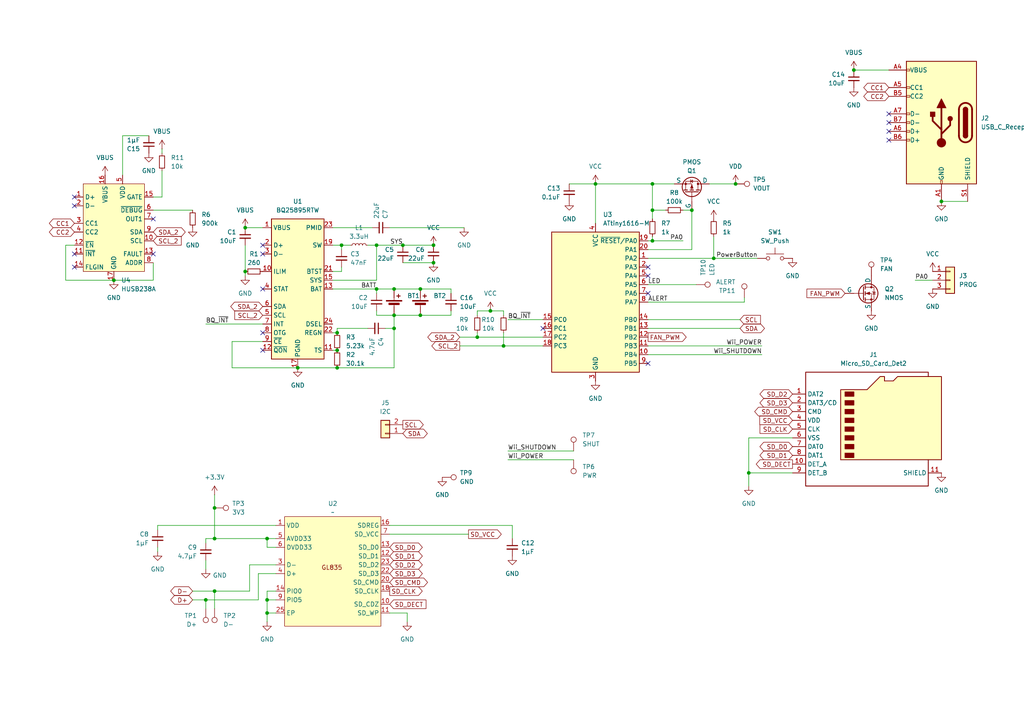
<source format=kicad_sch>
(kicad_sch (version 20250114) (generator "eeschema") (generator_version "9.0")
  (paper "A4")
  (lib_symbols
    (symbol "Battery_Management:BQ25895RTW"
      (property "Reference" "U" (at -5.08 22.86 0))
      (property "Value" "BQ25895RTW" (at 5.08 22.86 0))
      (symbol "BQ25895RTW_1_1"
        (pin power_in line (at -10.16 17.78 0) (length 2.54) (name "VBUS") (number "1"))
        (pin bidirectional line (at -10.16 12.7 0) (length 2.54) (name "D+") (number "2"))
        (pin bidirectional line (at -10.16 10.16 0) (length 2.54) (name "D-") (number "3"))
        (pin passive line (at -10.16 5.08 0) (length 2.54) (name "ILIM") (number "10"))
        (pin open_collector line (at -10.16 0 0) (length 2.54) (name "STAT") (number "4"))
        (pin bidirectional line (at -10.16 -5.08 0) (length 2.54) (name "SDA") (number "6"))
        (pin input line (at -10.16 -7.62 0) (length 2.54) (name "SCL") (number "5"))
        (pin open_collector line (at -10.16 -10.16 0) (length 2.54) (name "INT") (number "7"))
        (pin input line (at -10.16 -12.7 0) (length 2.54) (name "OTG") (number "8"))
        (pin input line (at -10.16 -15.24 0) (length 2.54) (name "~{CE}") (number "9"))
        (pin input line (at -10.16 -17.78 0) (length 2.54) (name "~{QON}") (number "12"))
        (pin power_in line (at 0 -22.86 90) (length 2.54) (name "PGND") (number "17"))
        (pin passive line (at 0 -22.86 90) (length 2.54) (hide yes) (name "PGND") (number "18"))
        (pin passive line (at 0 -22.86 90) (length 2.54) (hide yes) (name "PGND") (number "25"))
        (pin power_out line (at 10.16 17.78 180) (length 2.54) (name "PMID") (number "23"))
        (pin power_out line (at 10.16 12.7 180) (length 2.54) (name "SW") (number "19"))
        (pin passive line (at 10.16 12.7 180) (length 2.54) (hide yes) (name "SW") (number "20"))
        (pin passive line (at 10.16 5.08 180) (length 2.54) (name "BTST") (number "21"))
        (pin passive line (at 10.16 2.54 180) (length 2.54) (name "SYS") (number "15"))
        (pin passive line (at 10.16 2.54 180) (length 2.54) (hide yes) (name "SYS") (number "16"))
        (pin passive line (at 10.16 0 180) (length 2.54) (name "BAT") (number "13"))
        (pin passive line (at 10.16 0 180) (length 2.54) (hide yes) (name "BAT") (number "14"))
        (pin open_collector line (at 10.16 -10.16 180) (length 2.54) (name "DSEL") (number "24"))
        (pin passive line (at 10.16 -12.7 180) (length 2.54) (name "REGN") (number "22"))
        (pin passive line (at 10.16 -17.78 180) (length 2.54) (name "TS") (number "11"))
      )
    )
    (symbol "Connector:Micro_SD_Card_Det2"
      (property "Reference" "J" (at -16.51 17.78 0))
      (property "Value" "Micro_SD_Card_Det2" (at 16.51 17.78 0))
      (symbol "Micro_SD_Card_Det2_1_1"
        (pin bidirectional line (at -22.86 10.16 0) (length 3.81) (name "DAT2") (number "1"))
        (pin bidirectional line (at -22.86 7.62 0) (length 3.81) (name "DAT3/CD") (number "2"))
        (pin input line (at -22.86 5.08 0) (length 3.81) (name "CMD") (number "3"))
        (pin power_in line (at -22.86 2.54 0) (length 3.81) (name "VDD") (number "4"))
        (pin input line (at -22.86 0 0) (length 3.81) (name "CLK") (number "5"))
        (pin power_in line (at -22.86 -2.54 0) (length 3.81) (name "VSS") (number "6"))
        (pin bidirectional line (at -22.86 -5.08 0) (length 3.81) (name "DAT0") (number "7"))
        (pin bidirectional line (at -22.86 -7.62 0) (length 3.81) (name "DAT1") (number "8"))
        (pin passive line (at -22.86 -10.16 0) (length 3.81) (name "DET_A") (number "10"))
        (pin passive line (at -22.86 -12.7 0) (length 3.81) (name "DET_B") (number "9"))
        (pin passive line (at 20.32 -12.7 180) (length 3.81) (name "SHIELD") (number "11"))
      )
    )
    (symbol "Connector:TestPoint" (pin_numbers (hide yes)) (pin_names (offset 0.762) (hide yes))
      (property "Reference" "TP" (at 0 6.858 0))
      (property "Value" "TestPoint" (at 0 5.08 0))
      (symbol "TestPoint_1_1"
        (pin passive line (at 0 0 90) (length 2.54) (name "1") (number "1"))
      )
    )
    (symbol "Connector:USB_C_Receptacle_USB2.0_14P" (pin_names (offset 1.016))
      (property "Reference" "J" (at 0 22.225 0))
      (property "Value" "USB_C_Receptacle_USB2.0_14P" (at 0 19.685 0))
      (symbol "USB_C_Receptacle_USB2.0_14P_1_1"
        (pin passive line (at -7.62 -22.86 90) (length 5.08) (name "SHIELD") (number "S1"))
        (pin passive line (at 0 -22.86 90) (length 5.08) (name "GND") (number "A1"))
        (pin passive line (at 0 -22.86 90) (length 5.08) (hide yes) (name "GND") (number "A12"))
        (pin passive line (at 0 -22.86 90) (length 5.08) (hide yes) (name "GND") (number "B1"))
        (pin passive line (at 0 -22.86 90) (length 5.08) (hide yes) (name "GND") (number "B12"))
        (pin passive line (at 15.24 15.24 180) (length 5.08) (name "VBUS") (number "A4"))
        (pin passive line (at 15.24 15.24 180) (length 5.08) (hide yes) (name "VBUS") (number "A9"))
        (pin passive line (at 15.24 15.24 180) (length 5.08) (hide yes) (name "VBUS") (number "B4"))
        (pin passive line (at 15.24 15.24 180) (length 5.08) (hide yes) (name "VBUS") (number "B9"))
        (pin bidirectional line (at 15.24 10.16 180) (length 5.08) (name "CC1") (number "A5"))
        (pin bidirectional line (at 15.24 7.62 180) (length 5.08) (name "CC2") (number "B5"))
        (pin bidirectional line (at 15.24 2.54 180) (length 5.08) (name "D-") (number "A7"))
        (pin bidirectional line (at 15.24 0 180) (length 5.08) (name "D-") (number "B7"))
        (pin bidirectional line (at 15.24 -2.54 180) (length 5.08) (name "D+") (number "A6"))
        (pin bidirectional line (at 15.24 -5.08 180) (length 5.08) (name "D+") (number "B6"))
      )
    )
    (symbol "Connector_Generic:Conn_01x02" (pin_names (offset 1.016) (hide yes))
      (property "Reference" "J" (at 0 2.54 0))
      (property "Value" "Conn_01x02" (at 0 -5.08 0))
      (symbol "Conn_01x02_1_1"
        (pin passive line (at -5.08 0 0) (length 3.81) (name "Pin_1") (number "1"))
        (pin passive line (at -5.08 -2.54 0) (length 3.81) (name "Pin_2") (number "2"))
      )
    )
    (symbol "Connector_Generic:Conn_01x03" (pin_names (offset 1.016) (hide yes))
      (property "Reference" "J" (at 0 5.08 0))
      (property "Value" "Conn_01x03" (at 0 -5.08 0))
      (symbol "Conn_01x03_1_1"
        (pin passive line (at -5.08 2.54 0) (length 3.81) (name "Pin_1") (number "1"))
        (pin passive line (at -5.08 0 0) (length 3.81) (name "Pin_2") (number "2"))
        (pin passive line (at -5.08 -2.54 0) (length 3.81) (name "Pin_3") (number "3"))
      )
    )
    (symbol "Device:Battery_Cell" (pin_numbers (hide yes)) (pin_names (offset 0) (hide yes))
      (property "Reference" "BT" (at 2.54 2.54 0))
      (property "Value" "Battery_Cell" (at 2.54 0 0))
      (symbol "Battery_Cell_1_1"
        (pin passive line (at 0 5.08 270) (length 2.54) (name "+") (number "1"))
        (pin passive line (at 0 -2.54 90) (length 2.54) (name "-") (number "2"))
      )
    )
    (symbol "Device:C_Small" (pin_numbers (hide yes)) (pin_names (offset 0.254) (hide yes))
      (property "Reference" "C" (at 0.254 1.778 0))
      (property "Value" "C_Small" (at 0.254 -2.032 0))
      (symbol "C_Small_1_1"
        (pin passive line (at 0 2.54 270) (length 2.032) (name "~") (number "1"))
        (pin passive line (at 0 -2.54 90) (length 2.032) (name "~") (number "2"))
      )
    )
    (symbol "Device:L_Small" (pin_numbers (hide yes)) (pin_names (offset 0.254) (hide yes))
      (property "Reference" "L" (at 0.762 1.016 0))
      (property "Value" "L_Small" (at 0.762 -1.016 0))
      (symbol "L_Small_1_1"
        (pin passive line (at 0 2.54 270) (length 0.508) (name "~") (number "1"))
        (pin passive line (at 0 -2.54 90) (length 0.508) (name "~") (number "2"))
      )
    )
    (symbol "Device:R_Small" (pin_numbers (hide yes)) (pin_names (offset 0.254) (hide yes))
      (property "Reference" "R" (at 0.762 0.508 0))
      (property "Value" "R_Small" (at 0.762 -1.016 0))
      (symbol "R_Small_1_1"
        (pin passive line (at 0 2.54 270) (length 0.762) (name "~") (number "1"))
        (pin passive line (at 0 -2.54 90) (length 0.762) (name "~") (number "2"))
      )
    )
    (symbol "GND_1" (power) (pin_names (offset 0))
      (property "Value" "GND" (at 0 -3.81 0))
      (symbol "GND_1_1_1"
        (pin power_in line (at 0 0 270) (length 0) (hide yes) (name "GND") (number "1"))
      )
    )
    (symbol "MCU_Microchip_ATtiny:ATtiny1616-M"
      (property "Reference" "U" (at -12.7 21.59 0))
      (property "Value" "ATtiny1616-M" (at 2.54 -21.59 0))
      (symbol "ATtiny1616-M_1_1"
        (pin bidirectional line (at -15.24 -5.08 0) (length 2.54) (name "PC0") (number "15"))
        (pin bidirectional line (at -15.24 -7.62 0) (length 2.54) (name "PC1") (number "16"))
        (pin bidirectional line (at -15.24 -10.16 0) (length 2.54) (name "PC2") (number "17"))
        (pin bidirectional line (at -15.24 -12.7 0) (length 2.54) (name "PC3") (number "18"))
        (pin power_in line (at 0 22.86 270) (length 2.54) (name "VCC") (number "4"))
        (pin passive line (at 0 -22.86 90) (length 2.54) (hide yes) (name "GND") (number "21"))
        (pin power_in line (at 0 -22.86 90) (length 2.54) (name "GND") (number "3"))
        (pin bidirectional line (at 15.24 17.78 180) (length 2.54) (name "~{RESET}/PA0") (number "19"))
        (pin bidirectional line (at 15.24 15.24 180) (length 2.54) (name "PA1") (number "20"))
        (pin bidirectional line (at 15.24 12.7 180) (length 2.54) (name "PA2") (number "1"))
        (pin bidirectional line (at 15.24 10.16 180) (length 2.54) (name "PA3") (number "2"))
        (pin bidirectional line (at 15.24 7.62 180) (length 2.54) (name "PA4") (number "5"))
        (pin bidirectional line (at 15.24 5.08 180) (length 2.54) (name "PA5") (number "6"))
        (pin bidirectional line (at 15.24 2.54 180) (length 2.54) (name "PA6") (number "7"))
        (pin bidirectional line (at 15.24 0 180) (length 2.54) (name "PA7") (number "8"))
        (pin bidirectional line (at 15.24 -5.08 180) (length 2.54) (name "PB0") (number "14"))
        (pin bidirectional line (at 15.24 -7.62 180) (length 2.54) (name "PB1") (number "13"))
        (pin bidirectional line (at 15.24 -10.16 180) (length 2.54) (name "PB2") (number "12"))
        (pin bidirectional line (at 15.24 -12.7 180) (length 2.54) (name "PB3") (number "11"))
        (pin bidirectional line (at 15.24 -15.24 180) (length 2.54) (name "PB4") (number "10"))
        (pin bidirectional line (at 15.24 -17.78 180) (length 2.54) (name "PB5") (number "9"))
      )
    )
    (symbol "PMOS_1" (pin_numbers (hide yes)) (pin_names (offset 0))
      (property "Reference" "Q1" (at 6.35 0 90))
      (property "Value" "PMOS" (at 8.89 0 90))
      (symbol "PMOS_1_1_1"
        (pin input line (at -5.08 0 0) (length 2.54) (name "G") (number "4"))
        (pin passive line (at 2.54 5.08 270) (length 2.54) (name "D") (number "5"))
        (pin passive line (at 2.54 -5.08 90) (length 2.54) (hide yes) (name "S") (number "1"))
        (pin passive line (at 2.54 -5.08 90) (length 2.54) (hide yes) (name "S") (number "2"))
        (pin passive line (at 2.54 -5.08 90) (length 2.54) (name "S") (number "3"))
      )
    )
    (symbol "SamacSys_Parts:GL835"
      (property "Reference" "U1" (at 0 19.05 0))
      (property "Value" "~" (at 0 16.51 0))
      (symbol "GL835_1_1"
        (text "GL835" (at -0.254 0.508 0) (effects (font (size 1.27 1.27))))
        (pin input line (at -16.51 12.7 0) (length 2.54) (name "VDD") (number "1"))
        (pin input line (at -16.51 8.89 0) (length 2.54) (name "AVDD33") (number "5"))
        (pin input line (at -16.51 6.35 0) (length 2.54) (name "DVDD33") (number "6"))
        (pin input line (at -16.51 1.27 0) (length 2.54) (name "D-") (number "3"))
        (pin input line (at -16.51 -1.27 0) (length 2.54) (name "D+") (number "4"))
        (pin input line (at -16.51 -6.35 0) (length 2.54) (name "PIO0") (number "14"))
        (pin input line (at -16.51 -8.89 0) (length 2.54) (name "PIO5") (number "9"))
        (pin input line (at -16.51 -12.7 0) (length 2.54) (name "EP") (number "25"))
        (pin input line (at 16.51 12.7 180) (length 2.54) (name "SDREG") (number "16"))
        (pin input line (at 16.51 10.16 180) (length 2.54) (name "SD_VCC") (number "7"))
        (pin input line (at 16.51 6.35 180) (length 2.54) (name "SD_D0") (number "13"))
        (pin input line (at 16.51 3.81 180) (length 2.54) (name "SD_D1") (number "12"))
        (pin input line (at 16.51 1.27 180) (length 2.54) (name "SD_D2") (number "23"))
        (pin input line (at 16.51 -1.27 180) (length 2.54) (name "SD_D3") (number "22"))
        (pin input line (at 16.51 -3.81 180) (length 2.54) (name "SD_CMD") (number "20"))
        (pin input line (at 16.51 -6.35 180) (length 2.54) (name "SD_CLK") (number "18"))
        (pin input line (at 16.51 -10.16 180) (length 2.54) (name "SD_CDZ") (number "10"))
        (pin input line (at 16.51 -12.7 180) (length 2.54) (name "SD_WP") (number "11"))
      )
    )
    (symbol "Simulation_SPICE:NMOS" (pin_numbers (hide yes)) (pin_names (offset 0))
      (property "Reference" "Q2" (at 6.35 1.2701 0))
      (property "Value" "NMOS" (at 6.35 -1.2699 0))
      (symbol "NMOS_1_1"
        (pin input line (at -5.08 0 0) (length 2.54) (name "G") (number "1"))
        (pin passive line (at 2.54 5.08 270) (length 2.54) (name "D") (number "3"))
        (pin passive line (at 2.54 -5.08 90) (length 2.54) (name "S") (number "2"))
      )
    )
    (symbol "Stormbreaker:HUSB238A"
      (property "Reference" "U" (at 6.096 -13.97 0))
      (property "Value" "HUSB238A" (at 6.096 -16.256 0))
      (symbol "HUSB238A_1_1"
        (pin bidirectional line (at -11.43 8.89 0) (length 2.54) (name "D+") (number "1"))
        (pin bidirectional line (at -11.43 6.35 0) (length 2.54) (name "D-") (number "2"))
        (pin bidirectional line (at -11.43 1.27 0) (length 2.54) (name "CC1") (number "3"))
        (pin bidirectional line (at -11.43 -1.27 0) (length 2.54) (name "CC2") (number "4"))
        (pin input line (at -11.43 -5.08 0) (length 2.54) (name "~{EN}") (number "12"))
        (pin input line (at -11.43 -7.62 0) (length 2.54) (name "~{INT}") (number "11"))
        (pin input line (at -11.43 -11.43 0) (length 2.54) (name "FLGIN") (number "14"))
        (pin power_in line (at -2.54 15.24 270) (length 2.54) (name "VBUS") (number "16"))
        (pin passive line (at 0 -15.24 90) (length 2.54) (name "GND") (number "17"))
        (pin power_in line (at 2.54 15.24 270) (length 2.54) (name "VDD") (number "5"))
        (pin open_emitter line (at 11.43 8.89 180) (length 2.54) (name "GATE") (number "15"))
        (pin passive line (at 11.43 5.08 180) (length 2.54) (name "~{DEBUG}") (number "6"))
        (pin passive line (at 11.43 2.54 180) (length 2.54) (name "OUT1") (number "7"))
        (pin bidirectional line (at 11.43 -1.27 180) (length 2.54) (name "SDA") (number "9"))
        (pin bidirectional line (at 11.43 -3.81 180) (length 2.54) (name "SCL") (number "10"))
        (pin output line (at 11.43 -7.62 180) (length 2.54) (name "FAULT") (number "13"))
        (pin passive line (at 11.43 -10.16 180) (length 2.54) (name "ADDR") (number "8"))
      )
    )
    (symbol "Switch:SW_Push" (pin_numbers (hide yes)) (pin_names (offset 1.016) (hide yes))
      (property "Reference" "SW1" (at 0 7.62 0))
      (property "Value" "SW_Push" (at 0 5.08 0))
      (symbol "SW_Push_0_1"
        (pin passive line (at -5.08 0 0) (length 2.54) (name "1") (number "1"))
        (pin passive line (at 5.08 0 180) (length 2.54) (name "2") (number "2"))
      )
      (symbol "SW_Push_1_1"
        (pin passive line (at 5.08 0 180) (length 2.54) (hide yes) (name "MP") (number "MP"))
      )
    )
    (symbol "power:+3.3V" (power) (pin_numbers (hide yes)) (pin_names (offset 0) (hide yes))
      (property "Value" "+3.3V" (at 0 3.556 0))
      (symbol "+3.3V_1_1"
        (pin power_in line (at 0 0 90) (length 0) (name "~") (number "1"))
      )
    )
    (symbol "power:GND" (power) (pin_numbers (hide yes)) (pin_names (offset 0) (hide yes))
      (property "Value" "GND" (at 0 -3.81 0))
      (symbol "GND_1_1"
        (pin power_in line (at 0 0 270) (length 0) (name "~") (number "1"))
      )
    )
    (symbol "power:VBUS" (power) (pin_numbers (hide yes)) (pin_names (offset 0) (hide yes))
      (property "Value" "VBUS" (at 0 3.556 0))
      (symbol "VBUS_1_1"
        (pin power_in line (at 0 0 90) (length 0) (name "~") (number "1"))
      )
    )
    (symbol "power:VCC" (power) (pin_numbers (hide yes)) (pin_names (offset 0) (hide yes))
      (property "Value" "VCC" (at 0 3.556 0))
      (symbol "VCC_1_1"
        (pin power_in line (at 0 0 90) (length 0) (name "~") (number "1"))
      )
    )
    (symbol "power:VDD" (power) (pin_numbers (hide yes)) (pin_names (offset 0) (hide yes))
      (property "Value" "VDD" (at 0 3.556 0))
      (symbol "VDD_1_1"
        (pin power_in line (at 0 0 90) (length 0) (name "~") (number "1"))
      )
    )
  )
  (junction (at 116.84 71.12))
  (junction (at 97.79 106.68))
  (junction (at 146.05 100.33))
  (junction (at 33.02 81.28))
  (junction (at 77.47 156.21))
  (junction (at 213.36 53.34))
  (junction (at 59.69 173.99))
  (junction (at 77.47 177.8))
  (junction (at 86.36 106.68))
  (junction (at 125.73 71.12))
  (junction (at 121.92 83.82))
  (junction (at 62.23 171.45))
  (junction (at 114.3 95.25))
  (junction (at 62.23 156.21))
  (junction (at 121.92 91.44))
  (junction (at 62.23 147.32))
  (junction (at 109.22 71.12))
  (junction (at 125.73 76.2))
  (junction (at 207.01 74.93))
  (junction (at 114.3 91.44))
  (junction (at 273.05 58.42))
  (junction (at 189.23 53.34))
  (junction (at 247.65 20.32))
  (junction (at 109.22 83.82))
  (junction (at 200.66 60.96))
  (junction (at 77.47 173.99))
  (junction (at 114.3 83.82))
  (junction (at 99.06 71.12))
  (junction (at 138.43 97.79))
  (junction (at 97.79 101.6))
  (junction (at 189.23 60.96))
  (junction (at 189.23 69.85))
  (junction (at 97.79 96.52))
  (junction (at 172.72 53.34))
  (junction (at 71.12 78.74))
  (junction (at 142.24 90.17))
  (junction (at 71.12 66.04))
  (junction (at 217.17 137.16))
  (no_connect (at 76.2 96.52))
  (no_connect (at 257.81 40.64))
  (no_connect (at 187.96 80.01))
  (no_connect (at 44.45 73.66))
  (no_connect (at 257.81 38.1))
  (no_connect (at 187.96 77.47))
  (no_connect (at 257.81 33.02))
  (no_connect (at 157.48 95.25))
  (no_connect (at 76.2 73.66))
  (no_connect (at 76.2 101.6))
  (no_connect (at 76.2 83.82))
  (no_connect (at 76.2 71.12))
  (no_connect (at 21.59 57.15))
  (no_connect (at 257.81 35.56))
  (no_connect (at 187.96 85.09))
  (no_connect (at 44.45 63.5))
  (no_connect (at 21.59 59.69))
  (no_connect (at 21.59 77.47))
  (no_connect (at 21.59 73.66))
  (no_connect (at 187.96 105.41))
  (wire (pts (xy 213.36 53.34) (xy 205.74 53.34)))
  (wire (pts (xy 118.11 180.34) (xy 118.11 177.8)))
  (wire (pts (xy 207.01 74.93) (xy 219.71 74.93)))
  (wire (pts (xy 114.3 83.82) (xy 121.92 83.82)))
  (wire (pts (xy 76.2 99.06) (xy 67.31 99.06)))
  (wire (pts (xy 187.96 69.85) (xy 189.23 69.85)))
  (wire (pts (xy 59.69 162.56) (xy 59.69 165.1)))
  (wire (pts (xy 113.03 154.94) (xy 135.89 154.94)))
  (wire (pts (xy 74.93 166.37) (xy 80.01 166.37)))
  (wire (pts (xy 55.88 171.45) (xy 62.23 171.45)))
  (wire (pts (xy 96.52 81.28) (xy 109.22 81.28)))
  (wire (pts (xy 217.17 137.16) (xy 229.87 137.16)))
  (wire (pts (xy 146.05 90.17) (xy 146.05 91.44)))
  (wire (pts (xy 86.36 106.68) (xy 97.79 106.68)))
  (wire (pts (xy 121.92 91.44) (xy 130.81 91.44)))
  (wire (pts (xy 130.81 90.17) (xy 130.81 91.44)))
  (wire (pts (xy 62.23 171.45) (xy 62.23 176.53)))
  (wire (pts (xy 116.84 71.12) (xy 125.73 71.12)))
  (wire (pts (xy 217.17 137.16) (xy 217.17 140.97)))
  (wire (pts (xy 187.96 95.25) (xy 214.63 95.25)))
  (wire (pts (xy 189.23 53.34) (xy 189.23 60.96)))
  (wire (pts (xy 96.52 78.74) (xy 99.06 78.74)))
  (wire (pts (xy 130.81 83.82) (xy 130.81 85.09)))
  (wire (pts (xy 165.1 53.34) (xy 172.72 53.34)))
  (wire (pts (xy 80.01 177.8) (xy 77.47 177.8)))
  (wire (pts (xy 77.47 158.75) (xy 77.47 156.21)))
  (wire (pts (xy 121.92 83.82) (xy 130.81 83.82)))
  (wire (pts (xy 215.9 87.63) (xy 215.9 86.36)))
  (wire (pts (xy 148.59 152.4) (xy 148.59 156.21)))
  (wire (pts (xy 19.05 81.28) (xy 33.02 81.28)))
  (wire (pts (xy 35.56 39.37) (xy 43.18 39.37)))
  (wire (pts (xy 147.32 92.71) (xy 157.48 92.71)))
  (wire (pts (xy 138.43 90.17) (xy 138.43 91.44)))
  (wire (pts (xy 189.23 69.85) (xy 198.12 69.85)))
  (wire (pts (xy 77.47 171.45) (xy 77.47 173.99)))
  (wire (pts (xy 77.47 173.99) (xy 80.01 173.99)))
  (wire (pts (xy 215.9 87.63) (xy 187.96 87.63)))
  (wire (pts (xy 97.79 101.6) (xy 96.52 101.6)))
  (wire (pts (xy 97.79 95.25) (xy 97.79 96.52)))
  (wire (pts (xy 99.06 71.12) (xy 96.52 71.12)))
  (wire (pts (xy 189.23 68.58) (xy 189.23 69.85)))
  (wire (pts (xy 106.68 95.25) (xy 97.79 95.25)))
  (wire (pts (xy 46.99 57.15) (xy 44.45 57.15)))
  (wire (pts (xy 80.01 171.45) (xy 77.47 171.45)))
  (wire (pts (xy 114.3 91.44) (xy 114.3 95.25)))
  (wire (pts (xy 71.12 66.04) (xy 76.2 66.04)))
  (wire (pts (xy 200.66 60.96) (xy 200.66 72.39)))
  (wire (pts (xy 77.47 173.99) (xy 77.47 177.8)))
  (wire (pts (xy 99.06 78.74) (xy 99.06 77.47)))
  (wire (pts (xy 113.03 152.4) (xy 148.59 152.4)))
  (wire (pts (xy 229.87 127) (xy 217.17 127)))
  (wire (pts (xy 138.43 90.17) (xy 142.24 90.17)))
  (wire (pts (xy 114.3 91.44) (xy 121.92 91.44)))
  (wire (pts (xy 62.23 147.32) (xy 62.23 156.21)))
  (wire (pts (xy 200.66 72.39) (xy 187.96 72.39)))
  (wire (pts (xy 59.69 173.99) (xy 59.69 176.53)))
  (wire (pts (xy 74.93 173.99) (xy 74.93 166.37)))
  (wire (pts (xy 198.12 60.96) (xy 200.66 60.96)))
  (wire (pts (xy 96.52 66.04) (xy 107.95 66.04)))
  (wire (pts (xy 109.22 90.17) (xy 109.22 91.44)))
  (wire (pts (xy 265.43 81.28) (xy 270.51 81.28)))
  (wire (pts (xy 106.68 71.12) (xy 109.22 71.12)))
  (wire (pts (xy 59.69 157.48) (xy 59.69 156.21)))
  (wire (pts (xy 77.47 177.8) (xy 77.47 180.34)))
  (wire (pts (xy 189.23 60.96) (xy 189.23 63.5)))
  (wire (pts (xy 247.65 20.32) (xy 257.81 20.32)))
  (wire (pts (xy 114.3 95.25) (xy 114.3 106.68)))
  (wire (pts (xy 109.22 83.82) (xy 114.3 83.82)))
  (wire (pts (xy 67.31 106.68) (xy 86.36 106.68)))
  (wire (pts (xy 142.24 90.17) (xy 146.05 90.17)))
  (wire (pts (xy 97.79 106.68) (xy 114.3 106.68)))
  (wire (pts (xy 138.43 97.79) (xy 157.48 97.79)))
  (wire (pts (xy 187.96 74.93) (xy 207.01 74.93)))
  (wire (pts (xy 187.96 100.33) (xy 220.98 100.33)))
  (wire (pts (xy 172.72 53.34) (xy 189.23 53.34)))
  (wire (pts (xy 111.76 95.25) (xy 114.3 95.25)))
  (wire (pts (xy 189.23 53.34) (xy 195.58 53.34)))
  (wire (pts (xy 71.12 80.01) (xy 71.12 78.74)))
  (wire (pts (xy 67.31 99.06) (xy 67.31 106.68)))
  (wire (pts (xy 114.3 91.44) (xy 109.22 91.44)))
  (wire (pts (xy 71.12 78.74) (xy 71.12 71.12)))
  (wire (pts (xy 19.05 71.12) (xy 19.05 81.28)))
  (wire (pts (xy 45.72 160.02) (xy 45.72 158.75)))
  (wire (pts (xy 46.99 49.53) (xy 46.99 57.15)))
  (wire (pts (xy 133.35 100.33) (xy 146.05 100.33)))
  (wire (pts (xy 55.88 173.99) (xy 59.69 173.99)))
  (wire (pts (xy 44.45 76.2) (xy 44.45 81.28)))
  (wire (pts (xy 45.72 153.67) (xy 45.72 152.4)))
  (wire (pts (xy 72.39 171.45) (xy 72.39 163.83)))
  (wire (pts (xy 33.02 81.28) (xy 44.45 81.28)))
  (wire (pts (xy 146.05 100.33) (xy 157.48 100.33)))
  (wire (pts (xy 109.22 71.12) (xy 116.84 71.12)))
  (wire (pts (xy 187.96 82.55) (xy 201.93 82.55)))
  (wire (pts (xy 59.69 173.99) (xy 74.93 173.99)))
  (wire (pts (xy 113.03 177.8) (xy 118.11 177.8)))
  (wire (pts (xy 62.23 143.51) (xy 62.23 147.32)))
  (wire (pts (xy 99.06 72.39) (xy 99.06 71.12)))
  (wire (pts (xy 45.72 152.4) (xy 80.01 152.4)))
  (wire (pts (xy 109.22 85.09) (xy 109.22 83.82)))
  (wire (pts (xy 62.23 156.21) (xy 77.47 156.21)))
  (wire (pts (xy 21.59 71.12) (xy 19.05 71.12)))
  (wire (pts (xy 217.17 127) (xy 217.17 137.16)))
  (wire (pts (xy 134.62 66.04) (xy 113.03 66.04)))
  (wire (pts (xy 101.6 71.12) (xy 99.06 71.12)))
  (wire (pts (xy 80.01 158.75) (xy 77.47 158.75)))
  (wire (pts (xy 59.69 93.98) (xy 76.2 93.98)))
  (wire (pts (xy 35.56 39.37) (xy 35.56 50.8)))
  (wire (pts (xy 116.84 76.2) (xy 125.73 76.2)))
  (wire (pts (xy 59.69 156.21) (xy 62.23 156.21)))
  (wire (pts (xy 72.39 163.83) (xy 80.01 163.83)))
  (wire (pts (xy 133.35 97.79) (xy 138.43 97.79)))
  (wire (pts (xy 96.52 83.82) (xy 109.22 83.82)))
  (wire (pts (xy 77.47 156.21) (xy 80.01 156.21)))
  (wire (pts (xy 146.05 96.52) (xy 146.05 100.33)))
  (wire (pts (xy 273.05 58.42) (xy 280.67 58.42)))
  (wire (pts (xy 189.23 60.96) (xy 193.04 60.96)))
  (wire (pts (xy 166.37 133.35) (xy 147.32 133.35)))
  (wire (pts (xy 207.01 68.58) (xy 207.01 74.93)))
  (wire (pts (xy 62.23 171.45) (xy 72.39 171.45)))
  (wire (pts (xy 187.96 102.87) (xy 220.98 102.87)))
  (wire (pts (xy 109.22 71.12) (xy 109.22 81.28)))
  (wire (pts (xy 166.37 130.81) (xy 147.32 130.81)))
  (wire (pts (xy 172.72 53.34) (xy 172.72 64.77)))
  (wire (pts (xy 97.79 96.52) (xy 96.52 96.52)))
  (wire (pts (xy 46.99 43.18) (xy 46.99 44.45)))
  (wire (pts (xy 55.88 60.96) (xy 44.45 60.96)))
  (wire (pts (xy 138.43 96.52) (xy 138.43 97.79)))
  (wire (pts (xy 187.96 92.71) (xy 214.63 92.71)))
  (label "LED" (at 187.96 82.55 0))
  (label "BQ_~{INT}" (at 59.69 93.98 0))
  (label "ALERT" (at 187.96 87.63 0))
  (label "PA0" (at 198.12 69.85 180))
  (label "Wii_SHUTDOWN" (at 147.32 130.81 0))
  (label "Wii_SHUTDOWN" (at 220.98 102.87 180))
  (label "Wii_POWER" (at 147.32 133.35 0))
  (label "Wii_POWER" (at 220.98 100.33 180))
  (label "PA0" (at 265.43 81.28 0))
  (label "SYS" (at 116.84 71.12 180))
  (label "BQ_~{INT}" (at 147.32 92.71 0))
  (label "PowerButton" (at 219.71 74.93 180))
  (label "BATT" (at 109.22 83.82 180))
  (global_label "SD_CMD" (shape bidirectional) (at 113.03 168.91 0) (property "Intersheetrefs" "${INTERSHEET_REFS}" (effects (hide yes))))
  (global_label "CC1" (shape bidirectional) (at 21.59 64.77 180) (property "Intersheetrefs" "${INTERSHEET_REFS}" (effects (hide yes))))
  (global_label "SD_DECT" (shape input) (at 113.03 175.26 0) (property "Intersheetrefs" "${INTERSHEET_REFS}" (effects (hide yes))))
  (global_label "SD_D3" (shape bidirectional) (at 229.87 116.84 180) (property "Intersheetrefs" "${INTERSHEET_REFS}" (effects (hide yes))))
  (global_label "SD_DECT" (shape output) (at 229.87 134.62 180) (property "Intersheetrefs" "${INTERSHEET_REFS}" (effects (hide yes))))
  (global_label "SCL" (shape output) (at 116.84 123.19 0) (property "Intersheetrefs" "${INTERSHEET_REFS}" (effects (hide yes))))
  (global_label "SD_D1" (shape bidirectional) (at 113.03 161.29 0) (property "Intersheetrefs" "${INTERSHEET_REFS}" (effects (hide yes))))
  (global_label "SD_D2" (shape bidirectional) (at 113.03 163.83 0) (property "Intersheetrefs" "${INTERSHEET_REFS}" (effects (hide yes))))
  (global_label "SD_CLK" (shape input) (at 229.87 124.46 180) (property "Intersheetrefs" "${INTERSHEET_REFS}" (effects (hide yes))))
  (global_label "SD_CLK" (shape output) (at 113.03 171.45 0) (property "Intersheetrefs" "${INTERSHEET_REFS}" (effects (hide yes))))
  (global_label "CC1" (shape bidirectional) (at 257.81 25.4 180) (property "Intersheetrefs" "${INTERSHEET_REFS}" (effects (hide yes))))
  (global_label "SD_D2" (shape bidirectional) (at 229.87 114.3 180) (property "Intersheetrefs" "${INTERSHEET_REFS}" (effects (hide yes))))
  (global_label "SCL_2" (shape input) (at 44.45 69.85 0) (property "Intersheetrefs" "${INTERSHEET_REFS}" (effects (hide yes))))
  (global_label "SD_D3" (shape bidirectional) (at 113.03 166.37 0) (property "Intersheetrefs" "${INTERSHEET_REFS}" (effects (hide yes))))
  (global_label "SDA_2" (shape bidirectional) (at 133.35 97.79 180) (property "Intersheetrefs" "${INTERSHEET_REFS}" (effects (hide yes))))
  (global_label "CC2" (shape bidirectional) (at 257.81 27.94 180) (property "Intersheetrefs" "${INTERSHEET_REFS}" (effects (hide yes))))
  (global_label "SCL_2" (shape output) (at 133.35 100.33 180) (property "Intersheetrefs" "${INTERSHEET_REFS}" (effects (hide yes))))
  (global_label "SD_VCC" (shape input) (at 229.87 121.92 180) (property "Intersheetrefs" "${INTERSHEET_REFS}" (effects (hide yes))))
  (global_label "FAN_PWM" (shape output) (at 187.96 97.79 0) (property "Intersheetrefs" "${INTERSHEET_REFS}" (effects (hide yes))))
  (global_label "SD_D0" (shape bidirectional) (at 113.03 158.75 0) (property "Intersheetrefs" "${INTERSHEET_REFS}" (effects (hide yes))))
  (global_label "SD_CMD" (shape bidirectional) (at 229.87 119.38 180) (property "Intersheetrefs" "${INTERSHEET_REFS}" (effects (hide yes))))
  (global_label "SCL" (shape input) (at 214.63 92.71 0) (property "Intersheetrefs" "${INTERSHEET_REFS}" (effects (hide yes))))
  (global_label "SDA_2" (shape bidirectional) (at 76.2 88.9 180) (property "Intersheetrefs" "${INTERSHEET_REFS}" (effects (hide yes))))
  (global_label "SD_VCC" (shape output) (at 135.89 154.94 0) (property "Intersheetrefs" "${INTERSHEET_REFS}" (effects (hide yes))))
  (global_label "SD_D1" (shape bidirectional) (at 229.87 132.08 180) (property "Intersheetrefs" "${INTERSHEET_REFS}" (effects (hide yes))))
  (global_label "D-" (shape bidirectional) (at 55.88 171.45 180) (property "Intersheetrefs" "${INTERSHEET_REFS}" (effects (hide yes))))
  (global_label "D+" (shape bidirectional) (at 55.88 173.99 180) (property "Intersheetrefs" "${INTERSHEET_REFS}" (effects (hide yes))))
  (global_label "CC2" (shape bidirectional) (at 21.59 67.31 180) (property "Intersheetrefs" "${INTERSHEET_REFS}" (effects (hide yes))))
  (global_label "FAN_PWM" (shape input) (at 245.11 85.09 180) (property "Intersheetrefs" "${INTERSHEET_REFS}" (effects (hide yes))))
  (global_label "SCL_2" (shape input) (at 76.2 91.44 180) (property "Intersheetrefs" "${INTERSHEET_REFS}" (effects (hide yes))))
  (global_label "SDA_2" (shape bidirectional) (at 44.45 67.31 0) (property "Intersheetrefs" "${INTERSHEET_REFS}" (effects (hide yes))))
  (global_label "SDA" (shape bidirectional) (at 214.63 95.25 0) (property "Intersheetrefs" "${INTERSHEET_REFS}" (effects (hide yes))))
  (global_label "SDA" (shape bidirectional) (at 116.84 125.73 0) (property "Intersheetrefs" "${INTERSHEET_REFS}" (effects (hide yes))))
  (global_label "SD_D0" (shape bidirectional) (at 229.87 129.54 180) (property "Intersheetrefs" "${INTERSHEET_REFS}" (effects (hide yes))))
  (symbol (lib_id "power:VBUS") (at 46.99 43.18 0) (unit 1)
    (property "Reference" "#PWR032" (effects (hide yes)))
    (property "Value" "VBUS" (at 46.99 38.1 0))
    (property "Description" "Power symbol creates a global label with name \"VBUS\"" (effects (hide yes)))
  )
  (symbol (lib_id "power:GND") (at 45.72 160.02 0) (unit 1)
    (property "Reference" "#PWR010" (effects (hide yes)))
    (property "Value" "GND" (at 45.72 165.1 0))
    (property "Description" "Power symbol creates a global label with name \"GND\" , ground" (effects (hide yes)))
  )
  (symbol (lib_id "Device:R_Small") (at 189.23 66.04 180) (unit 1)
    (property "Reference" "R7" (at 191.77 64.7699 0) (effects (justify right)))
    (property "Value" "1k" (at 191.77 67.3099 0) (effects (justify right)))
    (property "Footprint" "Resistor_SMD:R_0402_1005Metric" (effects (hide yes)))
    (property "Description" "Resistor, small symbol" (effects (hide yes)))
  )
  (symbol (lib_id "power:GND") (at 172.72 110.49 0) (unit 1)
    (property "Reference" "#PWR018" (effects (hide yes)))
    (property "Value" "GND" (at 172.72 115.57 0))
    (property "Description" "Power symbol creates a global label with name \"GND\" , ground" (effects (hide yes)))
  )
  (symbol (lib_id "Connector:TestPoint") (at 201.93 82.55 270) (unit 1)
    (property "Reference" "TP10" (at 203.9619 80.01 0) (effects (justify right)))
    (property "Value" "LED" (at 206.5019 80.01 0) (effects (justify right)))
    (property "Footprint" "Stormbreaker:TestPoint_Pad_D1.0mm_Small" (effects (hide yes)))
    (property "Description" "test point" (effects (hide yes)))
  )
  (symbol (lib_name "GND_1") (lib_id "power:GND") (at 43.18 44.45 0) (unit 1)
    (property "Reference" "#PWR034" (effects (hide yes)))
    (property "Value" "GND" (at 43.18 49.53 0))
    (property "Description" "Power symbol creates a global label with name \"GND\" , ground" (effects (hide yes)))
  )
  (symbol (lib_id "Stormbreaker:HUSB238A") (at 33.02 66.04 0) (unit 1)
    (property "Reference" "U4" (at 35.1633 81.28 0) (effects (justify left)))
    (property "Value" "HUSB238A" (at 35.1633 83.82 0) (effects (justify left)))
    (property "Footprint" "Package_DFN_QFN:QFN-16-1EP_3x3mm_P0.5mm_EP1.7x1.7mm_ThermalVias" (effects (hide yes)))
    (property "Datasheet" "https://www.hynetek.com/uploadfiles/site/219/news/ebc04ecb-03e3-4e21-bf36-24dd12fb4448.pdf" (effects (hide yes)))
  )
  (symbol (lib_id "Device:C_Small") (at 45.72 156.21 0) (mirror y) (unit 1)
    (property "Reference" "C8" (at 43.18 154.9462 0) (effects (justify left)))
    (property "Value" "1μF" (at 43.18 157.4862 0) (effects (justify left)))
    (property "Footprint" "Capacitor_SMD:C_0402_1005Metric" (effects (hide yes)))
    (property "Description" "Unpolarized capacitor, small symbol" (effects (hide yes)))
  )
  (symbol (lib_id "power:VCC") (at 172.72 53.34 0) (unit 1)
    (property "Reference" "#PWR09" (effects (hide yes)))
    (property "Value" "VCC" (at 172.72 48.26 0))
    (property "Description" "Power symbol creates a global label with name \"VCC\"" (effects (hide yes)))
  )
  (symbol (lib_id "power:GND") (at 247.65 25.4 0) (unit 1)
    (property "Reference" "#PWR024" (effects (hide yes)))
    (property "Value" "GND" (at 247.65 30.48 0))
    (property "Description" "Power symbol creates a global label with name \"GND\" , ground" (effects (hide yes)))
  )
  (symbol (lib_id "Device:Battery_Cell") (at 114.3 88.9 0) (unit 1)
    (property "Reference" "BT1" (at 118.11 85.7884 0) (effects (justify left)))
    (property "Value" "Battery_Cell" (effects (hide yes)))
    (property "Footprint" "Connector_PinSocket_1.27mm:PinSocket_1x02_P1.27mm_Vertical" (effects (hide yes)))
    (property "Description" "Single-cell battery" (effects (hide yes)))
  )
  (symbol (lib_id "power:GND") (at 125.73 76.2 0) (unit 1)
    (property "Reference" "#PWR04" (effects (hide yes)))
    (property "Value" "GND" (at 125.73 81.28 0))
    (property "Description" "Power symbol creates a global label with name \"GND\" , ground" (effects (hide yes)))
  )
  (symbol (lib_id "power:VCC") (at 142.24 90.17 0) (unit 1)
    (property "Reference" "#PWR023" (effects (hide yes)))
    (property "Value" "VCC" (at 142.24 85.09 0))
    (property "Description" "Power symbol creates a global label with name \"VCC\"" (effects (hide yes)))
  )
  (symbol (lib_id "Connector_Generic:Conn_01x03") (at 275.59 81.28 0) (unit 1)
    (property "Reference" "J3" (at 278.13 80.0099 0) (effects (justify left)))
    (property "Value" "PROG" (at 278.13 82.5499 0) (effects (justify left)))
    (property "Footprint" "Stormbreaker:UPDI Pads" (effects (hide yes)))
    (property "Description" "Generic connector, single row, 01x03, script generated (kicad-library-utils/schlib/autogen/connector/)" (effects (hide yes)))
  )
  (symbol (lib_id "power:GND") (at 148.59 161.29 0) (mirror y) (unit 1)
    (property "Reference" "#PWR016" (effects (hide yes)))
    (property "Value" "GND" (at 148.59 166.37 0))
    (property "Description" "Power symbol creates a global label with name \"GND\" , ground" (effects (hide yes)))
  )
  (symbol (lib_id "Connector:TestPoint") (at 166.37 130.81 0) (unit 1)
    (property "Reference" "TP7" (at 168.91 126.2379 0) (effects (justify left)))
    (property "Value" "SHUT" (at 168.91 128.7779 0) (effects (justify left)))
    (property "Footprint" "Stormbreaker:TestPoint_Pad_D1.0mm_Small" (effects (hide yes)))
    (property "Description" "test point" (effects (hide yes)))
  )
  (symbol (lib_id "power:GND") (at 128.27 138.43 0) (unit 1)
    (property "Reference" "#PWR015" (effects (hide yes)))
    (property "Value" "GND" (at 128.27 143.51 0))
    (property "Description" "Power symbol creates a global label with name \"GND\" , ground" (effects (hide yes)))
  )
  (symbol (lib_name "PMOS_1") (lib_id "Simulation_SPICE:PMOS") (at 200.66 55.88 270) (mirror x) (unit 1)
    (property "Reference" "Q1" (at 200.66 49.53 90))
    (property "Value" "PMOS" (at 200.66 46.99 90))
    (property "Footprint" "Package_SO:Vishay_PowerPAK_1212-8_Single" (effects (hide yes)))
    (property "Datasheet" "https://ngspice.sourceforge.io/docs/ngspice-html-manual/manual.xhtml#cha_MOSFETs" (effects (hide yes)))
    (property "Description" "P-MOSFET transistor, drain/source/gate" (effects (hide yes)))
    (property "Sim.Device" "PMOS" (effects (hide yes)))
    (property "Sim.Type" "VDMOS" (effects (hide yes)))
    (property "Sim.Pins" "1=D 2=G 3=S" (effects (hide yes)))
    (property "Mouser" "au.mouser.com/ProductDetail/Vishay-Semiconductors/SISS61DN-T1-GE3?qs=ds50AKTGxA%252BpPj0f63sGWw%3D%3D" (effects (hide yes)))
  )
  (symbol (lib_id "Device:C_Small") (at 148.59 158.75 0) (unit 1)
    (property "Reference" "C12" (at 151.13 157.4862 0) (effects (justify left)))
    (property "Value" "1μF" (at 151.13 160.0262 0) (effects (justify left)))
    (property "Footprint" "Capacitor_SMD:C_0402_1005Metric" (effects (hide yes)))
    (property "Description" "Unpolarized capacitor, small symbol" (effects (hide yes)))
  )
  (symbol (lib_id "power:GND") (at 270.51 83.82 0) (unit 1)
    (property "Reference" "#PWR025" (effects (hide yes)))
    (property "Value" "GND" (at 270.51 88.9 0))
    (property "Description" "Power symbol creates a global label with name \"GND\" , ground" (effects (hide yes)))
  )
  (symbol (lib_id "Switch:SW_Push") (at 224.79 74.93 0) (unit 1)
    (property "Reference" "SW1" (at 224.79 67.31 0))
    (property "Value" "SW_Push" (at 224.79 69.85 0))
    (property "Footprint" "Stormbreaker:SW_TL3330AF260QG" (effects (hide yes)))
    (property "Description" "Push button switch, generic, two pins" (effects (hide yes)))
    (property "Digikey" "https://www.digikey.com.au/en/products/detail/e-switch/TL3330AF260QG/1426836" (effects (hide yes)))
  )
  (symbol (lib_id "power:+3.3V") (at 62.23 143.51 0) (unit 1)
    (property "Reference" "#PWR012" (effects (hide yes)))
    (property "Value" "+3.3V" (at 62.23 138.43 0))
    (property "Description" "Power symbol creates a global label with name \"+3.3V\"" (effects (hide yes)))
  )
  (symbol (lib_id "Device:R_Small") (at 97.79 104.14 180) (unit 1)
    (property "Reference" "R2" (at 100.33 102.8699 0) (effects (justify right)))
    (property "Value" "30.1k" (at 100.33 105.4099 0) (effects (justify right)))
    (property "Footprint" "Resistor_SMD:R_0402_1005Metric" (effects (hide yes)))
    (property "Description" "Resistor, small symbol" (effects (hide yes)))
  )
  (symbol (lib_id "power:GND") (at 71.12 80.01 0) (unit 1)
    (property "Reference" "#PWR02" (effects (hide yes)))
    (property "Value" "GND" (at 71.12 85.09 0))
    (property "Description" "Power symbol creates a global label with name \"GND\" , ground" (effects (hide yes)))
  )
  (symbol (lib_id "power:GND") (at 217.17 140.97 0) (unit 1)
    (property "Reference" "#PWR07" (effects (hide yes)))
    (property "Value" "GND" (at 217.17 146.05 0))
    (property "Description" "Power symbol creates a global label with name \"GND\" , ground" (effects (hide yes)))
  )
  (symbol (lib_id "Battery_Management:BQ25895RTW") (at 86.36 83.82 0) (unit 1)
    (property "Reference" "U1" (at 86.36 58.42 0))
    (property "Value" "BQ25895RTW" (at 86.36 60.96 0))
    (property "Footprint" "Package_DFN_QFN:Texas_RTW_WQFN-24-1EP_4x4mm_P0.5mm_EP2.7x2.7mm_ThermalVias" (effects (hide yes)))
    (property "Datasheet" "http://www.ti.com/lit/ds/symlink/bq25895.pdf" (effects (hide yes)))
    (property "Description" "Controlled Single Cell 5A Fast Charger with MaxCharge, WQFN-24" (effects (hide yes)))
  )
  (symbol (lib_id "MCU_Microchip_ATtiny:ATtiny1616-M") (at 172.72 87.63 0) (unit 1)
    (property "Reference" "U3" (at 174.8633 62.23 0) (effects (justify left)))
    (property "Value" "ATtiny1616-M" (at 174.8633 64.77 0) (effects (justify left)))
    (property "Footprint" "Package_DFN_QFN:VQFN-20-1EP_3x3mm_P0.4mm_EP1.7x1.7mm" (effects (hide yes)))
    (property "Datasheet" "http://ww1.microchip.com/downloads/en/DeviceDoc/ATtiny3216_ATtiny1616-data-sheet-40001997B.pdf" (effects (hide yes)))
    (property "Description" "20MHz, 16kB Flash, 2kB SRAM, 256B EEPROM, VQFN-20" (effects (hide yes)))
  )
  (symbol (lib_id "power:GND") (at 134.62 66.04 0) (unit 1)
    (property "Reference" "#PWR08" (effects (hide yes)))
    (property "Value" "GND" (at 134.62 71.12 0))
    (property "Description" "Power symbol creates a global label with name \"GND\" , ground" (effects (hide yes)))
  )
  (symbol (lib_id "Connector:TestPoint") (at 213.36 53.34 270) (unit 1)
    (property "Reference" "TP5" (at 218.44 52.0699 90) (effects (justify left)))
    (property "Value" "VOUT" (at 218.44 54.6099 90) (effects (justify left)))
    (property "Footprint" "TestPoint:TestPoint_Pad_D2.5mm" (effects (hide yes)))
    (property "Description" "test point" (effects (hide yes)))
  )
  (symbol (lib_id "power:GND") (at 273.05 137.16 0) (unit 1)
    (property "Reference" "#PWR06" (effects (hide yes)))
    (property "Value" "GND" (at 273.05 142.24 0))
    (property "Description" "Power symbol creates a global label with name \"GND\" , ground" (effects (hide yes)))
  )
  (symbol (lib_id "Device:C_Small") (at 109.22 95.25 270) (unit 1)
    (property "Reference" "C4" (at 110.4838 97.79 0) (effects (justify left)))
    (property "Value" "4.7uF" (at 107.9438 97.79 0) (effects (justify left)))
    (property "Footprint" "Capacitor_SMD:C_0402_1005Metric" (effects (hide yes)))
    (property "Description" "Unpolarized capacitor, small symbol" (effects (hide yes)))
  )
  (symbol (lib_id "Connector:TestPoint") (at 252.73 80.01 0) (unit 1)
    (property "Reference" "TP4" (at 255.27 75.4379 0) (effects (justify left)))
    (property "Value" "FAN" (at 255.27 77.9779 0) (effects (justify left)))
    (property "Footprint" "Stormbreaker:TestPoint_Pad_D1.0mm_Small" (effects (hide yes)))
    (property "Description" "test point" (effects (hide yes)))
  )
  (symbol (lib_id "Device:C_Small") (at 71.12 68.58 0) (mirror y) (unit 1)
    (property "Reference" "C1" (at 68.58 67.3162 0) (effects (justify left)))
    (property "Value" "10uF" (at 68.58 69.8562 0) (effects (justify left)))
    (property "Footprint" "Capacitor_SMD:C_0603_1608Metric" (effects (hide yes)))
    (property "Description" "Unpolarized capacitor, small symbol" (effects (hide yes)))
  )
  (symbol (lib_id "Device:C_Small") (at 59.69 160.02 0) (mirror y) (unit 1)
    (property "Reference" "C9" (at 57.15 158.7562 0) (effects (justify left)))
    (property "Value" "4.7μF" (at 57.15 161.2962 0) (effects (justify left)))
    (property "Footprint" "Capacitor_SMD:C_0402_1005Metric" (effects (hide yes)))
    (property "Description" "Unpolarized capacitor, small symbol" (effects (hide yes)))
  )
  (symbol (lib_id "power:GND") (at 273.05 58.42 0) (unit 1)
    (property "Reference" "#PWR021" (effects (hide yes)))
    (property "Value" "GND" (at 273.05 63.5 0))
    (property "Description" "Power symbol creates a global label with name \"GND\" , ground" (effects (hide yes)))
  )
  (symbol (lib_id "Simulation_SPICE:NMOS") (at 250.19 85.09 0) (unit 1)
    (property "Reference" "Q2" (at 256.54 83.8199 0) (effects (justify left)))
    (property "Value" "NMOS" (at 256.54 86.3599 0) (effects (justify left)))
    (property "Footprint" "Package_TO_SOT_SMD:SOT-523" (effects (hide yes)))
    (property "Datasheet" "https://ngspice.sourceforge.io/docs/ngspice-html-manual/manual.xhtml#cha_MOSFETs" (effects (hide yes)))
    (property "Description" "N-MOSFET transistor, drain/source/gate" (effects (hide yes)))
    (property "Sim.Device" "NMOS" (effects (hide yes)))
    (property "Sim.Type" "VDMOS" (effects (hide yes)))
    (property "Sim.Pins" "1=D 2=G 3=S" (effects (hide yes)))
    (property "MouserOld" "https://au.mouser.com/ProductDetail/Diodes-Incorporated/DMN2310U-7?qs=xZ%2FP%252Ba9zWqY%252BAdKLxIytvQ%3D%3D" (effects (hide yes)))
    (property "Digikey" "https://www.digikey.com.au/en/products/detail/good-ark-semiconductor/SSF2320Y/18667769" (effects (hide yes)))
  )
  (symbol (lib_id "Connector:TestPoint") (at 166.37 133.35 180) (unit 1)
    (property "Reference" "TP6" (at 168.91 135.3819 0) (effects (justify right)))
    (property "Value" "PWR" (at 168.91 137.9219 0) (effects (justify right)))
    (property "Footprint" "Stormbreaker:TestPoint_Pad_D1.0mm_Small" (effects (hide yes)))
    (property "Description" "test point" (effects (hide yes)))
  )
  (symbol (lib_id "power:VBUS") (at 30.48 50.8 0) (unit 1)
    (property "Reference" "#PWR031" (effects (hide yes)))
    (property "Value" "VBUS" (at 30.48 45.72 0))
    (property "Description" "Power symbol creates a global label with name \"VBUS\"" (effects (hide yes)))
  )
  (symbol (lib_id "Connector:TestPoint") (at 62.23 176.53 180) (unit 1)
    (property "Reference" "TP2" (at 64.77 178.5619 0) (effects (justify right)))
    (property "Value" "D-" (at 64.77 181.1019 0) (effects (justify right)))
    (property "Footprint" "Stormbreaker:TestPoint_Pad_D1.0mm_Small" (effects (hide yes)))
    (property "Description" "test point" (effects (hide yes)))
  )
  (symbol (lib_id "Device:C_Small") (at 43.18 41.91 180) (unit 1)
    (property "Reference" "C15" (at 40.64 43.1738 0) (effects (justify left)))
    (property "Value" "1μF" (at 40.64 40.6338 0) (effects (justify left)))
    (property "Footprint" "Capacitor_SMD:C_0402_1005Metric" (effects (hide yes)))
    (property "Description" "Unpolarized capacitor, small symbol" (effects (hide yes)))
  )
  (symbol (lib_id "power:GND") (at 252.73 90.17 0) (unit 1)
    (property "Reference" "#PWR028" (effects (hide yes)))
    (property "Value" "GND" (at 252.73 95.25 0))
    (property "Description" "Power symbol creates a global label with name \"GND\" , ground" (effects (hide yes)))
  )
  (symbol (lib_id "power:GND") (at 229.87 74.93 0) (unit 1)
    (property "Reference" "#PWR020" (effects (hide yes)))
    (property "Value" "GND" (at 229.87 80.01 0))
    (property "Description" "Power symbol creates a global label with name \"GND\" , ground" (effects (hide yes)))
  )
  (symbol (lib_id "Connector:TestPoint") (at 62.23 147.32 270) (unit 1)
    (property "Reference" "TP3" (at 67.31 146.0499 90) (effects (justify left)))
    (property "Value" "3V3" (at 67.31 148.5899 90) (effects (justify left)))
    (property "Footprint" "TestPoint:TestPoint_Pad_D1.5mm" (effects (hide yes)))
    (property "Description" "test point" (effects (hide yes)))
  )
  (symbol (lib_id "Connector:Micro_SD_Card_Det2") (at 252.73 124.46 0) (unit 1)
    (property "Reference" "J1" (at 253.365 102.87 0))
    (property "Value" "Micro_SD_Card_Det2" (at 253.365 105.41 0))
    (property "Footprint" "Connector_Card:microSD_HC_Hirose_DM3D-SF" (effects (hide yes)))
    (property "Datasheet" "https://www.hirose.com/en/product/document?clcode=&productname=&series=DM3&documenttype=Catalog&lang=en&documentid=D49662_en" (effects (hide yes)))
    (property "Description" "Micro SD Card Socket with two card detection pins" (effects (hide yes)))
    (property "Model" "DM3D-SF(41)" (effects (hide yes)))
  )
  (symbol (lib_id "Device:R_Small") (at 55.88 63.5 180) (unit 1)
    (property "Reference" "R6" (at 58.42 62.2299 0) (effects (justify right)))
    (property "Value" "900k" (at 58.42 64.7699 0) (effects (justify right)))
    (property "Footprint" "Resistor_SMD:R_0402_1005Metric" (effects (hide yes)))
    (property "Description" "Resistor, small symbol" (effects (hide yes)))
  )
  (symbol (lib_id "Device:C_Small") (at 130.81 87.63 0) (unit 1)
    (property "Reference" "C16" (at 133.35 86.3662 0) (effects (justify left)))
    (property "Value" "10uF" (at 133.35 88.9062 0) (effects (justify left)))
    (property "Footprint" "Capacitor_SMD:C_0603_1608Metric" (effects (hide yes)))
    (property "Description" "Unpolarized capacitor, small symbol" (effects (hide yes)))
  )
  (symbol (lib_id "power:GND") (at 165.1 58.42 0) (unit 1)
    (property "Reference" "#PWR022" (effects (hide yes)))
    (property "Value" "GND" (at 165.1 63.5 0))
    (property "Description" "Power symbol creates a global label with name \"GND\" , ground" (effects (hide yes)))
  )
  (symbol (lib_id "Connector:TestPoint") (at 128.27 138.43 270) (unit 1)
    (property "Reference" "TP9" (at 133.35 137.1599 90) (effects (justify left)))
    (property "Value" "GND" (at 133.35 139.6999 90) (effects (justify left)))
    (property "Footprint" "TestPoint:TestPoint_Pad_D2.5mm" (effects (hide yes)))
    (property "Description" "test point" (effects (hide yes)))
  )
  (symbol (lib_id "power:VCC") (at 125.73 71.12 0) (unit 1)
    (property "Reference" "#PWR05" (effects (hide yes)))
    (property "Value" "VCC" (at 125.73 66.04 0))
    (property "Description" "Power symbol creates a global label with name \"VCC\"" (effects (hide yes)))
  )
  (symbol (lib_id "Connector:TestPoint") (at 215.9 86.36 0) (unit 1)
    (property "Reference" "TP11" (at 213.36 84.3281 0) (effects (justify right)))
    (property "Value" "ALERT" (at 213.36 81.7881 0) (effects (justify right)))
    (property "Footprint" "Stormbreaker:TestPoint_Pad_D1.0mm_Small" (effects (hide yes)))
    (property "Description" "test point" (effects (hide yes)))
  )
  (symbol (lib_id "power:GND") (at 59.69 165.1 0) (unit 1)
    (property "Reference" "#PWR011" (effects (hide yes)))
    (property "Value" "GND" (at 63.754 166.878 0))
    (property "Description" "Power symbol creates a global label with name \"GND\" , ground" (effects (hide yes)))
  )
  (symbol (lib_id "power:GND") (at 77.47 180.34 0) (unit 1)
    (property "Reference" "#PWR013" (effects (hide yes)))
    (property "Value" "GND" (at 77.47 185.42 0))
    (property "Description" "Power symbol creates a global label with name \"GND\" , ground" (effects (hide yes)))
  )
  (symbol (lib_id "power:VBUS") (at 247.65 20.32 0) (unit 1)
    (property "Reference" "#PWR033" (effects (hide yes)))
    (property "Value" "VBUS" (at 247.65 15.24 0))
    (property "Description" "Power symbol creates a global label with name \"VBUS\"" (effects (hide yes)))
  )
  (symbol (lib_id "Device:C_Small") (at 125.73 73.66 0) (mirror y) (unit 1)
    (property "Reference" "C6" (at 123.19 72.3962 0) (effects (justify left)))
    (property "Value" "22uF" (at 123.19 74.9362 0) (effects (justify left)))
    (property "Footprint" "Capacitor_SMD:C_0402_1005Metric" (effects (hide yes)))
    (property "Description" "Unpolarized capacitor, small symbol" (effects (hide yes)))
  )
  (symbol (lib_id "Device:R_Small") (at 207.01 66.04 180) (unit 1)
    (property "Reference" "R5" (at 209.55 64.7699 0) (effects (justify right)))
    (property "Value" "1k" (at 209.55 67.3099 0) (effects (justify right)))
    (property "Footprint" "Resistor_SMD:R_0402_1005Metric" (effects (hide yes)))
    (property "Description" "Resistor, small symbol" (effects (hide yes)))
  )
  (symbol (lib_name "GND_1") (lib_id "power:GND") (at 55.88 66.04 0) (unit 1)
    (property "Reference" "#PWR026" (effects (hide yes)))
    (property "Value" "GND" (at 55.88 71.12 0))
    (property "Description" "Power symbol creates a global label with name \"GND\" , ground" (effects (hide yes)))
  )
  (symbol (lib_id "Device:L_Small") (at 104.14 71.12 90) (unit 1)
    (property "Reference" "L1" (at 104.14 66.04 90))
    (property "Value" "3.3uH" (at 104.14 68.58 90))
    (property "Footprint" "Stormbreaker:L_PCMB053T" (effects (hide yes)))
    (property "Description" "Inductor, small symbol" (effects (hide yes)))
    (property "Digikey" "https://www.digikey.com.au/en/products/detail/susumu/PCMB053T-3R3MS/3672034?s=N4IgTCBcDaICwAYAcBaAjAVjA9KByAIiALoC%2BQA" (effects (hide yes)))
  )
  (symbol (lib_id "Device:R_Small") (at 73.66 78.74 90) (unit 1)
    (property "Reference" "R1" (at 73.66 73.66 90))
    (property "Value" "260" (at 73.66 76.2 90))
    (property "Footprint" "Resistor_SMD:R_0402_1005Metric" (effects (hide yes)))
    (property "Description" "Resistor, small symbol" (effects (hide yes)))
  )
  (symbol (lib_id "Connector:TestPoint") (at 59.69 176.53 0) (mirror x) (unit 1)
    (property "Reference" "TP1" (at 57.15 178.5619 0) (effects (justify right)))
    (property "Value" "D+" (at 57.15 181.1019 0) (effects (justify right)))
    (property "Footprint" "Stormbreaker:TestPoint_Pad_D1.0mm_Small" (effects (hide yes)))
    (property "Description" "test point" (effects (hide yes)))
  )
  (symbol (lib_id "power:VBUS") (at 71.12 66.04 0) (unit 1)
    (property "Reference" "#PWR01" (effects (hide yes)))
    (property "Value" "VBUS" (at 71.12 60.96 0))
    (property "Description" "Power symbol creates a global label with name \"VBUS\"" (effects (hide yes)))
  )
  (symbol (lib_name "GND_1") (lib_id "power:GND") (at 33.02 81.28 0) (unit 1)
    (property "Reference" "#PWR030" (effects (hide yes)))
    (property "Value" "GND" (at 33.02 86.36 0))
    (property "Description" "Power symbol creates a global label with name \"GND\" , ground" (effects (hide yes)))
  )
  (symbol (lib_id "Connector:USB_C_Receptacle_USB2.0_14P") (at 273.05 35.56 0) (mirror y) (unit 1)
    (property "Reference" "J2" (at 284.48 34.2899 0) (effects (justify right)))
    (property "Value" "USB_C_Receptacle_USB2.0_14P" (at 284.48 36.8299 0) (effects (justify right)))
    (property "Footprint" "Connector_USB:USB_C_Receptacle_GCT_USB4105-xx-A_16P_TopMnt_Horizontal" (effects (hide yes)))
    (property "Datasheet" "https://www.usb.org/sites/default/files/documents/usb_type-c.zip" (effects (hide yes)))
    (property "Description" "USB 2.0-only 14P Type-C Receptacle connector" (effects (hide yes)))
  )
  (symbol (lib_id "Device:C_Small") (at 247.65 22.86 0) (mirror y) (unit 1)
    (property "Reference" "C14" (at 245.11 21.5962 0) (effects (justify left)))
    (property "Value" "10uF" (at 245.11 24.1362 0) (effects (justify left)))
    (property "Footprint" "Capacitor_SMD:C_0603_1608Metric" (effects (hide yes)))
    (property "Description" "Unpolarized capacitor, small symbol" (effects (hide yes)))
  )
  (symbol (lib_id "Device:R_Small") (at 46.99 46.99 0) (unit 1)
    (property "Reference" "R11" (at 49.53 45.7199 0) (effects (justify left)))
    (property "Value" "10k" (at 49.53 48.2599 0) (effects (justify left)))
    (property "Footprint" "Resistor_SMD:R_0402_1005Metric" (effects (hide yes)))
    (property "Description" "Resistor, small symbol" (effects (hide yes)))
  )
  (symbol (lib_id "Device:C_Small") (at 116.84 73.66 0) (mirror y) (unit 1)
    (property "Reference" "C5" (at 114.3 72.3962 0) (effects (justify left)))
    (property "Value" "22uF" (at 114.3 74.9362 0) (effects (justify left)))
    (property "Footprint" "Capacitor_SMD:C_0402_1005Metric" (effects (hide yes)))
    (property "Description" "Unpolarized capacitor, small symbol" (effects (hide yes)))
  )
  (symbol (lib_id "Device:C_Small") (at 109.22 87.63 0) (mirror y) (unit 1)
    (property "Reference" "C2" (at 106.68 86.3662 0) (effects (justify left)))
    (property "Value" "10uF" (at 106.68 88.9062 0) (effects (justify left)))
    (property "Footprint" "Capacitor_SMD:C_0603_1608Metric" (effects (hide yes)))
    (property "Description" "Unpolarized capacitor, small symbol" (effects (hide yes)))
  )
  (symbol (lib_id "power:VCC") (at 270.51 78.74 0) (unit 1)
    (property "Reference" "#PWR027" (effects (hide yes)))
    (property "Value" "VCC" (at 270.51 73.66 0))
    (property "Description" "Power symbol creates a global label with name \"VCC\"" (effects (hide yes)))
  )
  (symbol (lib_id "power:GND") (at 86.36 106.68 0) (unit 1)
    (property "Reference" "#PWR03" (effects (hide yes)))
    (property "Value" "GND" (at 86.36 111.76 0))
    (property "Description" "Power symbol creates a global label with name \"GND\" , ground" (effects (hide yes)))
  )
  (symbol (lib_id "Device:Battery_Cell") (at 121.92 88.9 0) (unit 1)
    (property "Reference" "BT2" (at 125.73 85.7884 0) (effects (justify left)))
    (property "Value" "Battery_Cell" (effects (hide yes)))
    (property "Footprint" "Connector_JST:JST_PH_B2B-PH-K_1x02_P2.00mm_Vertical" (effects (hide yes)))
    (property "Description" "Single-cell battery" (effects (hide yes)))
  )
  (symbol (lib_id "Device:R_Small") (at 138.43 93.98 0) (mirror x) (unit 1)
    (property "Reference" "R9" (at 135.89 92.7099 0) (effects (justify right)))
    (property "Value" "10k" (at 135.89 95.2499 0) (effects (justify right)))
    (property "Footprint" "Resistor_SMD:R_0402_1005Metric" (effects (hide yes)))
    (property "Description" "Resistor, small symbol" (effects (hide yes)))
  )
  (symbol (lib_id "SamacSys_Parts:GL835") (at 96.52 165.1 0) (unit 1)
    (property "Reference" "U2" (at 96.52 146.05 0))
    (property "Value" "~" (at 96.52 148.59 0))
    (property "Footprint" "Package_DFN_QFN:HVQFN-24-1EP_4x4mm_P0.5mm_EP2.5x2.5mm" (effects (hide yes)))
  )
  (symbol (lib_id "power:GND") (at 118.11 180.34 0) (unit 1)
    (property "Reference" "#PWR014" (effects (hide yes)))
    (property "Value" "GND" (at 118.11 185.42 0))
    (property "Description" "Power symbol creates a global label with name \"GND\" , ground" (effects (hide yes)))
  )
  (symbol (lib_id "Device:R_Small") (at 195.58 60.96 270) (unit 1)
    (property "Reference" "R8" (at 195.58 55.88 90))
    (property "Value" "100k" (at 195.58 58.42 90))
    (property "Footprint" "Resistor_SMD:R_0402_1005Metric" (effects (hide yes)))
    (property "Description" "Resistor, small symbol" (effects (hide yes)))
  )
  (symbol (lib_id "power:VCC") (at 207.01 63.5 0) (unit 1)
    (property "Reference" "#PWR017" (effects (hide yes)))
    (property "Value" "VCC" (at 207.01 58.42 0))
    (property "Description" "Power symbol creates a global label with name \"VCC\"" (effects (hide yes)))
  )
  (symbol (lib_id "Device:C_Small") (at 99.06 74.93 0) (unit 1)
    (property "Reference" "C3" (at 101.6 73.6662 0) (effects (justify left)))
    (property "Value" "47nF" (at 101.6 76.2062 0) (effects (justify left)))
    (property "Footprint" "Capacitor_SMD:C_0402_1005Metric" (effects (hide yes)))
    (property "Description" "Unpolarized capacitor, small symbol" (effects (hide yes)))
  )
  (symbol (lib_id "Device:R_Small") (at 97.79 99.06 180) (unit 1)
    (property "Reference" "R3" (at 100.33 97.7899 0) (effects (justify right)))
    (property "Value" "5.23k" (at 100.33 100.3299 0) (effects (justify right)))
    (property "Footprint" "Resistor_SMD:R_0402_1005Metric" (effects (hide yes)))
    (property "Description" "Resistor, small symbol" (effects (hide yes)))
  )
  (symbol (lib_id "Device:C_Small") (at 165.1 55.88 0) (mirror y) (unit 1)
    (property "Reference" "C13" (at 162.56 54.6162 0) (effects (justify left)))
    (property "Value" "0.1uF" (at 162.56 57.1562 0) (effects (justify left)))
    (property "Footprint" "Capacitor_SMD:C_0603_1608Metric" (effects (hide yes)))
    (property "Description" "Unpolarized capacitor, small symbol" (effects (hide yes)))
  )
  (symbol (lib_id "Device:R_Small") (at 146.05 93.98 0) (mirror x) (unit 1)
    (property "Reference" "R10" (at 143.51 92.7099 0) (effects (justify right)))
    (property "Value" "10k" (at 143.51 95.2499 0) (effects (justify right)))
    (property "Footprint" "Resistor_SMD:R_0402_1005Metric" (effects (hide yes)))
    (property "Description" "Resistor, small symbol" (effects (hide yes)))
  )
  (symbol (lib_id "power:VDD") (at 213.36 53.34 0) (unit 1)
    (property "Reference" "#PWR019" (effects (hide yes)))
    (property "Value" "VDD" (at 213.36 48.26 0))
    (property "Description" "Power symbol creates a global label with name \"VDD\"" (effects (hide yes)))
  )
  (symbol (lib_id "Device:C_Small") (at 110.49 66.04 270) (mirror x) (unit 1)
    (property "Reference" "C7" (at 111.7538 63.5 0) (effects (justify left)))
    (property "Value" "22uF" (at 109.2138 63.5 0) (effects (justify left)))
    (property "Footprint" "Capacitor_SMD:C_0402_1005Metric" (effects (hide yes)))
    (property "Description" "Unpolarized capacitor, small symbol" (effects (hide yes)))
  )
  (symbol (lib_id "Connector_Generic:Conn_01x02") (at 111.76 125.73 180) (unit 1)
    (property "Reference" "J5" (at 111.76 116.84 0))
    (property "Value" "I2C" (at 111.76 119.38 0))
    (property "Footprint" "Connector_PinSocket_1.00mm:PinSocket_1x02_P1.00mm_Vertical" (effects (hide yes)))
    (property "Description" "Generic connector, single row, 01x02, script generated (kicad-library-utils/schlib/autogen/connector/)" (effects (hide yes)))
  )
)
</source>
